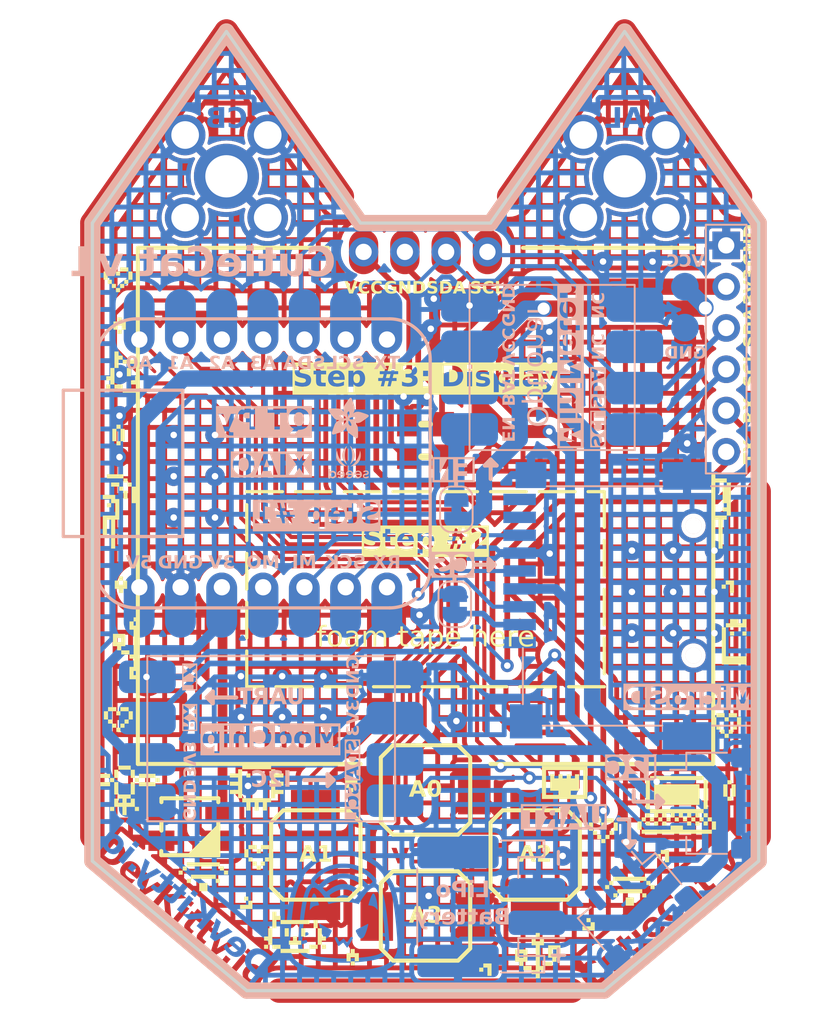
<source format=kicad_pcb>
(kicad_pcb (version 20221018) (generator pcbnew)
  (layers (0 "F.Cu" signal) (31 "B.Cu" signal) (34 "B.Paste" user) (35 "F.Paste" user) (36 "B.SilkS" user "B.Silkscreen") (37 "F.SilkS" user "F.Silkscreen") (38 "B.Mask" user) (39 "F.Mask" user) (44 "Edge.Cuts" user))
  (net 0 "")
  (net 1 "SDA")
  (net 2 "SCL")
  (net 3 "GND")
  (net 4 "+3V3")
  (net 5 "VBAT")
  (net 6 "Net-(JP2-B)")
  (net 7 "Net-(JP1-B)")
  (net 8 "UP_BTN")
  (net 9 "DN_BTN")
  (net 10 "LT_BTN")
  (net 11 "RT_BTN")
  (net 12 "MCU_TX")
  (net 13 "SCK")
  (net 14 "MISO")
  (net 15 "MOSI")
  (net 16 "VCC")
  (net 17 "MCU_RX")
  (net 22 "Net-(U2-VCC)")
  (net 23 "Net-(U2-GND)")
  (net 24 "DO")
  (footprint "LOGO" (layer "F.Cu") (at -10.39 16.12)
    (fp_text reference "G***" hide)
    (fp_text value "LOGO" hide)
  )
  (footprint "LOGO" (layer "F.Cu") (at 15.46 17.17)
    (fp_text reference "G***" hide)
    (fp_text value "LOGO" hide)
  )
  (footprint "LOGO" (layer "F.Cu") (at 8.56 15.79)
    (fp_text reference "G***" hide)
    (fp_text value "LOGO" hide)
  )
  (footprint "LOGO" (layer "F.Cu") (at -4.48 26.54)
    (fp_text reference "G***" hide)
    (fp_text value "LOGO" hide)
  )
  (footprint "LOGO" (layer "F.Cu") (at -18.47 7.535)
    (fp_text reference "G***" hide)
    (fp_text value "LOGO" hide)
  )
  (footprint "LOGO" (layer "F.Cu") (at -18.52 16.275)
    (fp_text reference "G***" hide)
    (fp_text value "LOGO" hide)
  )
  (footprint "LOGO" (layer "F.Cu") (at -18.92 -15.135)
    (fp_text reference "G***" hide)
    (fp_text value "LOGO" hide)
  )
  (footprint "Wardriver-Footprints:Smol" (layer "F.Cu") (at 6.75 20.25 90)
    (fp_text reference "SW4" hide)
    (fp_text value "Right")
  )
  (footprint "LOGO" (layer "F.Cu") (at -13.67 21.59)
    (fp_text reference "G***" hide)
    (fp_text value "LOGO" hide)
  )
  (footprint "LOGO" (layer "F.Cu") (at -18.82 -12.315)
    (fp_text reference "G***" hide)
    (fp_text value "LOGO" hide)
  )
  (footprint "LOGO" (layer "F.Cu") (at -17.7425 -9.455)
    (fp_text reference "G***" hide)
    (fp_text value "LOGO" hide)
  )
  (footprint "LOGO" (layer "F.Cu") (at 18.702 16.283)
    (fp_text reference "G***" hide)
    (fp_text value "LOGO" hide)
  )
  (footprint "LOGO" (layer "F.Cu") (at 18.53 12.285)
    (fp_text reference "G***" hide)
    (fp_text value "LOGO" hide)
  )
  (footprint "Wardriver-Footprints:Smol" (layer "F.Cu") (at 0 24 180)
    (fp_text reference "SW2" hide)
    (fp_text value "Down")
  )
  (footprint "LOGO" (layer "F.Cu") (at -18.74 3.625 180)
    (fp_text reference "G***" hide)
    (fp_text value "LOGO" hide)
  )
  (footprint "LOGO" (layer "F.Cu") (at 10.033 24.511)
    (fp_text reference "G***" hide)
    (fp_text value "LOGO" hide)
  )
  (footprint "LOGO" (layer "F.Cu") (at -18.84 -0.885)
    (fp_text reference "G***" hide)
    (fp_text value "LOGO" hide)
  )
  (footprint "LOGO" (layer "F.Cu") (at 6.9088 26.4414)
    (fp_text reference "G***" hide)
    (fp_text value "LOGO" hide)
  )
  (footprint "clipboard:4c8db4ee-6549-4df2-843f-e4db1e68e004" (layer "F.Cu") (at 21.95 -15.915)
    (fp_text reference "")
    (fp_text value "")
  )
  (footprint "LOGO" (layer "F.Cu") (at 12.573 22.479)
    (fp_text reference "G***" hide)
    (fp_text value "LOGO" hide)
  )
  (footprint "LOGO" (layer "F.Cu") (at -4.572 16.002 180)
    (fp_text reference "G***" hide)
    (fp_text value "LOGO" hide)
  )
  (footprint "Jumper:SolderJumper-2_P1.3mm_Bridged_Pad1.0x1.5mm" (layer "F.Cu") (at 0 -5.25 90)
    (fp_text reference "U6" hide)
    (fp_text value "~")
  )
  (footprint "LOGO" (layer "F.Cu") (at -18.9 11.915)
    (fp_text reference "G***" hide)
    (fp_text value "LOGO" hide)
  )
  (footprint "LOGO" (layer "F.Cu") (at 18.6 3.745 90)
    (fp_text reference "G***" hide)
    (fp_text value "LOGO" hide)
  )
  (footprint "LOGO" (layer "F.Cu") (at 10.94 18.76)
    (fp_text reference "G***" hide)
    (fp_text value "LOGO" hide)
  )
  (footprint "LED_SMD:LED_SK6812MINI_PLCC4_3.5x3.5mm_P1.75mm" (layer "F.Cu") (at -14.5 18.5)
    (fp_text reference "D1" hide)
    (fp_text value "SK6812MINI")
  )
  (footprint "Nugget-Modules:SH1106" (layer "F.Cu") (at 0 -2.1)
    (fp_text reference "U2" hide)
    (fp_text value "SH1106 OLED")
  )
  (footprint "LOGO" (layer "F.Cu") (at -10.26 20.4)
    (fp_text reference "G***" hide)
    (fp_text value "LOGO" hide)
  )
  (footprint "LOGO" (layer "F.Cu") (at 3.683 27.305 90)
    (fp_text reference "G***" hide)
    (fp_text value "LOGO" hide)
  )
  (footprint "Wardriver-Footprints:Smol" (layer "F.Cu") (at 0 16.25 180)
    (fp_text reference "SW1" hide)
    (fp_text value "Up")
  )
  (footprint "LOGO" (layer "F.Cu") (at -18.89 -5.585)
    (fp_text reference "G***" hide)
    (fp_text value "LOGO" hide)
  )
  (footprint "LOGO" (layer "F.Cu") (at 14.605 20.32 90)
    (fp_text reference "G***" hide)
    (fp_text value "LOGO" hide)
  )
  (footprint "Wardriver-Footprints:Smol" (layer "F.Cu") (at -6.75 20.25 90)
    (fp_text reference "SW3" hide)
    (fp_text value "Left")
  )
  (footprint "LOGO" (layer "F.Cu") (at 18.99 7.135)
    (fp_text reference "G***" hide)
    (fp_text value "LOGO" hide)
  )
  (footprint "LOGO" (layer "F.Cu") (at -11.03 23.19)
    (fp_text reference "G***" hide)
    (fp_text value "LOGO" hide)
  )
  (footprint "LOGO" (layer "F.Cu") (at 17.9005 -0.755)
    (fp_text reference "G***" hide)
    (fp_text value "LOGO" hide)
  )
  (footprint "LOGO" (layer "F.Cu") (at -8.03 25.01)
    (fp_text reference "G***" hide)
    (fp_text value "LOGO" hide)
  )
  (footprint "Connector_JST:JST_SH_SM04B-SRSS-TB_1x04-1MP_P1.00mm_Horizontal" (layer "B.Cu") (at 12.9 23.5 -140)
    (fp_text reference "J4" hide)
    (fp_text value "Conn_01x04_MountingPin" hide)
  )
  (footprint "Jumper:SolderJumper-2_P1.3mm_Bridged_RoundedPad1.0x1.5mm" (layer "B.Cu") (at 1.8 4.835 -90)
    (fp_text reference "JP1" hide)
    (fp_text value "Jumper")
  )
  (footprint "Connector_JST:JST_SH_SM04B-SRSS-TB_1x04-1MP_P1.00mm_Horizontal" (layer "B.Cu") (at 17.83 17.07 -90)
    (fp_text reference "J5" hide)
    (fp_text value "Conn_01x04_MountingPin" hide)
  )
  (footprint "Wardriver-Footprints:MOUDLE14P-SMD-2.54-21X17.8MM" (layer "B.Cu") (at -10 -3.84 90)
    (fp_text reference "U1" hide)
    (fp_text value "~" hide)
  )
  (footprint "Connector_PinSocket_2.54mm:PinSocket_1x06_P2.54mm_Vertical" (layer "B.Cu") (at 18.5 -17.25 180)
    (fp_text reference "J1" hide)
    (fp_text value "Header" hide)
  )
  (footprint "clipboard:f961fc29-c949-4d2d-849c-141f9608b811" (layer "B.Cu") (at 4.9 0.14 90)
    (fp_text reference "")
    (fp_text value "")
  )
  (footprint "Jumper:SolderJumper-2_P1.3mm_Bridged_RoundedPad1.0x1.5mm" (layer "B.Cu") (at 1.8996 -1.0142 90)
    (fp_text reference "JP2" hide)
    (fp_text value "Jumper")
  )
  (footprint "Connector_Coaxial:SMA_Amphenol_901-144_Vertical" (layer "B.Cu") (at 12.25 -21.5 180)
    (fp_text reference "AE1" hide)
    (fp_text value "Antenna_Shield")
  )
  (footprint "DevKitty-ModChip:DevKitty-ModChip" (layer "B.Cu") (at -9.5 13.1 180)
    (fp_text reference "U4" hide)
    (fp_text value "~")
  )
  (footprint "Connector_JST:JST_PH_S2B-PH-SM4-TB_1x02-1MP_P2.00mm_Horizontal" (layer "B.Cu") (at 4 23.42 90)
    (fp_text reference "J2" hide)
    (fp_text value "LiPo")
  )
  (footprint "PicoCharge:MiniMeter" (layer "B.Cu") (at 7.79 -9.74 -90)
    (fp_text reference "U3" hide)
    (fp_text value "~")
  )
  (footprint "Wardriver-Footprints:MicroSD" (layer "B.Cu") (at 5.99 4.93 -90)
    (fp_text reference "U5" hide)
    (fp_text value "MicroSD Card" hide)
  )
  (footprint "Connector_Coaxial:SMA_Amphenol_901-144_Vertical" (layer "B.Cu") (at -12.25 -21.5 180)
    (fp_text reference "AE2" hide)
    (fp_text value "Antenna_Shield")
  )
  (footprint "LOGO" (layer "B.Cu") (at -5.032686 23.830004 180)
    (fp_text reference "Gf" hide)
    (fp_text value "LOGO" hide)
  )
  (gr_line (start 20.5 19.1232) (end 20.5 -2.12317) (stroke (width 1.5)) (layer "F.Cu"))
  (gr_line (start 12.25 -30.4054) (end 5.14715 -20.2615) (stroke (width 1.5)) (layer "F.Cu"))
  (gr_line (start -12.25 -30.4054) (end -5.14715 -20.2615) (stroke (width 1.5)) (layer "F.Cu"))
  (gr_line (start -20.5 -18.6232) (end -12.25 -30.4054) (stroke (width 1.5)) (layer "F.Cu"))
  (gr_line (start -9 28.5946) (end 9 28.5946) (stroke (width 1.5)) (layer "F.Cu"))
  (gr_line (start 12.25 -30.4054) (end 19.3528 -20.2615) (stroke (width 1.5)) (layer "F.Cu"))
  (gr_line (start -20.5 19.1232) (end -20.5 -18.6232) (stroke (width 1.5)) (layer "F.Cu"))
  (gr_line (start 1.8796 -2.7042) (end 1.8796 -2.4892) (stroke (width 0.25)) (layer "B.SilkS"))
  (gr_line (start 11 28.5946) (end -11 28.5946) (stroke (width 1)) (layer "B.SilkS"))
  (gr_line (start 3.6482 -3.7084) (end 4.3782 -3.7084) (stroke (width 0.25)) (layer "B.SilkS"))
  (gr_line (start 14.25 16.605) (end 14.62 16.965) (stroke (width 0.25)) (layer "B.SilkS"))
  (gr_line (start -20.5 -18.6232) (end -20.5 20.6232) (stroke (width 1)) (layer "B.SilkS"))
  (gr_line (start 20.5 20.6232) (end 11 28.5946) (stroke (width 1)) (layer "B.SilkS"))
  (gr_line (start 12.17 19.41) (end 12.9 19.41) (stroke (width 0.25)) (layer "B.SilkS"))
  (gr_line (start 1.78 3.145) (end 1.78 3.36) (stroke (width 0.25)) (layer "B.SilkS"))
  (gr_line (start 12.81 16.295) (end 12.81 16.965) (stroke (width 0.25)) (layer "B.SilkS"))
  (gr_line (start 20.5 -18.6232) (end 20.5 20.6232) (stroke (width 1)) (layer "B.SilkS"))
  (gr_line (start 14.25 16.605) (end 14.25 17.335) (stroke (width 0.25)) (layer "B.SilkS"))
  (gr_line (start 3.885 2.035) (end 3.885 2.765) (stroke (width 0.25)) (layer "B.SilkS"))
  (gr_line (start 12.81 16.965) (end 14.62 16.965) (stroke (width 0.25)) (layer "B.SilkS"))
  (gr_line (start 3.885 2.035) (end 4.255 2.395) (stroke (width 0.25)) (layer "B.SilkS"))
  (gr_line (start 4 -18.6232) (end 12.25 -30.4054) (stroke (width 1)) (layer "B.SilkS"))
  (gr_line (start -20.5 -18.6232) (end -12.25 -30.4054) (stroke (width 1)) (layer "B.SilkS"))
  (gr_line (start 4.0082 -4.0784) (end 4.3782 -3.7084) (stroke (width 0.25)) (layer "B.SilkS"))
  (gr_line (start 12.53 18.06) (end 12.53 19.78) (stroke (width 0.25)) (layer "B.SilkS"))
  (gr_line (start 4.255 2.395) (end 3.885 2.765) (stroke (width 0.25)) (layer "B.SilkS"))
  (gr_line (start 12.53 19.78) (end 12.9 19.41) (stroke (width 0.25)) (layer "B.SilkS"))
  (gr_line (start 12.17 19.41) (end 12.53 19.78) (stroke (width 0.25)) (layer "B.SilkS"))
  (gr_line (start 4.0082 -2.8784) (end 4.0082 -4.0784) (stroke (width 0.25)) (layer "B.SilkS"))
  (gr_line (start 11.86 18.06) (end 12.53 18.06) (stroke (width 0.25)) (layer "B.SilkS"))
  (gr_line (start -12.25 -30.4054) (end -4 -18.6232) (stroke (width 1)) (layer "B.SilkS"))
  (gr_line (start 14.62 16.965) (end 14.25 17.335) (stroke (width 0.25)) (layer "B.SilkS"))
  (gr_line (start -4 -18.6232) (end 4 -18.6232) (stroke (width 1)) (layer "B.SilkS"))
  (gr_line (start -11 28.5946) (end -20.5 20.6232) (stroke (width 1)) (layer "B.SilkS"))
  (gr_line (start 3.6482 -3.7084) (end 4.0082 -4.0784) (stroke (width 0.25)) (layer "B.SilkS"))
  (gr_line (start 12.25 -30.4054) (end 20.5 -18.6232) (stroke (width 1)) (layer "B.SilkS"))
  (gr_line (start 3.055 2.395) (end 4.255 2.395) (stroke (width 0.25)) (layer "B.SilkS"))
  (gr_line (start -20.5 -18.6232) (end -20.5 20.6232) (stroke (width 0.2)) (layer "Edge.Cuts"))
  (gr_line (start 20.5 20.6232) (end 11 28.5946) (stroke (width 0.2)) (layer "Edge.Cuts"))
  (gr_line (start 20.5 -18.6232) (end 20.5 20.6232) (stroke (width 0.2)) (layer "Edge.Cuts"))
  (gr_line (start 4 -18.6232) (end 12.25 -30.4054) (stroke (width 0.2)) (layer "Edge.Cuts"))
  (gr_line (start 11 28.5946) (end -11 28.5946) (stroke (width 0.2)) (layer "Edge.Cuts"))
  (gr_line (start -4 -18.6232) (end 4 -18.6232) (stroke (width 0.2)) (layer "Edge.Cuts"))
  (gr_line (start -12.25 -30.4054) (end -4 -18.6232) (stroke (width 0.2)) (layer "Edge.Cuts"))
  (gr_line (start -20.5 -18.6232) (end -12.25 -30.4054) (stroke (width 0.2)) (layer "Edge.Cuts"))
  (gr_line (start -11 28.5946) (end -20.5 20.6232) (stroke (width 0.2)) (layer "Edge.Cuts"))
  (gr_line (start 12.25 -30.4054) (end 20.5 -18.6232) (stroke (width 0.2)) (layer "Edge.Cuts"))
  (gr_text "CutieCat v1" (at 15.02 23.76 40) (layer "F.Cu") (effects (font (size 1.5 1.5) (thickness 0.2) bold)))
  (gr_text "v1.0" (at 0 20.25) (layer "F.Cu") (effects (font (size 1.25 1.25) (thickness 0.2) bold)))
  (gr_text "DevKitty.io" (at -15.02 23.83 320) (layer "F.Cu") (effects (font (size 1.5 1.5) (thickness 0.2) bold)))
  (gr_text "AL" (at 12.25 -25) (layer "B.Cu") (effects (font (size 1.25 1.25) (thickness 0.25) bold) (justify mirror)))
  (gr_text "DevKitty.io" (at -14.75 23.25 320) (layer "B.Cu") (effects (font (size 1.5 1.5) (thickness 0.2) bold) (justify mirror)))
  (gr_text "CB" (at -12.25 -25) (layer "B.Cu") (effects (font (size 1.25 1.25) (thickness 0.25) bold) (justify mirror)))
  (gr_text "CS" (at 2.95 2.515) (layer "B.SilkS" knockout) (effects (font (size 1.25 1.25) (thickness 0.25) bold) (justify left mirror)))
  (gr_text "CutieCat v1" (at -5.51 -15.055) (layer "B.SilkS") (effects (font (size 1.8 1.8) (thickness 0.2) bold) (justify left bottom mirror)))
  (gr_text "GND" (at 16 -10.6) (layer "B.SilkS") (effects (font (size 0.75 0.75) (thickness 0.1875) bold) (justify mirror)))
  (gr_text "I2C" (at 14.224 14.986) (layer "B.SilkS" knockout) (effects (font (size 1.25 1.25) (thickness 0.25) bold) (justify left mirror)))
  (gr_text "LiPo\nBattery" (at 2.29 23.27) (layer "B.SilkS") (effects (font (size 1 1) (thickness 0.25) bold) (justify mirror)))
  (gr_text "VCC" (at 16 -16.25) (layer "B.SilkS") (effects (font (size 0.75 0.75) (thickness 0.1875) bold) (justify mirror)))
  (gr_text "UART" (at 11.176 18.01) (layer "B.SilkS" knockout) (effects (font (size 1.25 1.25) (thickness 0.25) bold) (justify left mirror)))
  (gr_text "EN" (at 3.0496 -3.3342) (layer "B.SilkS" knockout) (effects (font (size 1.25 1.25) (thickness 0.25) bold) (justify left mirror)))
  (segment (start 1.633604 -1) (end -3.7 -1) (width 0.25) (layer "F.Cu") (net 1))
  (segment (start 4.622451 14.668847) (end 3.17 13.216396) (width 0.25) (layer "F.Cu") (net 1))
  (segment (start 4.622451 14.77) (end 4.622451 14.668847) (width 0.25) (layer "F.Cu") (net 1))
  (segment (start 3.17 0.536396) (end 1.633604 -1) (width 0.25) (layer "F.Cu") (net 1))
  (segment (start -5.36 -2.66) (end -5.36 -9.37) (width 0.25) (layer "F.Cu") (net 1))
  (segment (start -3.7 -1) (end -5.36 -2.66) (width 0.25) (layer "F.Cu") (net 1))
  (segment (start 3.17 13.216396) (end 3.17 0.536396) (width 0.25) (layer "F.Cu") (net 1))
  (segment (start -5.36 -9.37) (end -7.66 -11.67) (width 0.25) (layer "F.Cu") (net 1))
  (via (at 4.622451 14.77) (size 0.8) (drill 0.4) (layers "F.Cu" "B.Cu") (net 1))
  (segment (start 12.493274 -8.47) (end 12.87 -8.47) (width 0.25) (layer "B.Cu") (net 1))
  (segment (start -6.09 -18.225) (end 2.235 -18.225) (width 0.25) (layer "B.Cu") (net 1))
  (segment (start 10.066 -14.969) (end 10.066 -10.897274) (width 0.25) (layer "B.Cu") (net 1))
  (segment (start 14.8 -8.47) (end 18.5 -12.17) (width 0.35) (layer "B.Cu") (net 1))
  (segment (start 4.632451 14.78) (end 10.79 14.78) (width 0.25) (layer "B.Cu") (net 1))
  (segment (start 10.066 -10.897274) (end 12.493274 -8.47) (width 0.25) (layer "B.Cu") (net 1))
  (segment (start -1.47 14.78) (end -1.88 14.37) (width 0.25) (layer "B.Cu") (net 1))
  (segment (start 4.622451 14.77) (end 4.632451 14.78) (width 0.25) (layer "B.Cu") (net 1))
  (segment (start -7.66 -12.82) (end -7.66 -16.655) (width 0.25) (layer "B.Cu") (net 1))
  (segment (start 8.385 -16.65) (end 10.066 -14.969) (width 0.25) (layer "B.Cu") (net 1))
  (segment (start 4.612451 14.78) (end -1.47 14.78) (width 0.25) (layer "B.Cu") (net 1))
  (segment (start 3.81 -16.65) (end 8.385 -16.65) (width 0.25) (layer "B.Cu") (net 1))
  (segment (start 2.235 -18.225) (end 3.81 -16.65) (width 0.25) (layer "B.Cu") (net 1))
  (segment (start 10.79 14.78) (end 13.58 17.57) (width 0.25) (layer "B.Cu") (net 1))
  (segment (start 13.58 17.57) (end 15.83 17.57) (width 0.25) (layer "B.Cu") (net 1))
  (segment (start 4.622451 14.77) (end 4.612451 14.78) (width 0.25) (layer "B.Cu") (net 1))
  (segment (start 12.87 -8.47) (end 14.8 -8.47) (width 0.35) (layer "B.Cu") (net 1))
  (segment (start -7.66 -16.655) (end -6.09 -18.225) (width 0.25) (layer "B.Cu") (net 1))
  (segment (start 1.82 -1.45) (end -3.513604 -1.45) (width 0.25) (layer "F.Cu") (net 2))
  (segment (start 3.62 0.35) (end 1.82 -1.45) (width 0.25) (layer "F.Cu") (net 2))
  (segment (start -3.513604 -1.45) (end -4.91 -2.846396) (width 0.25) (layer "F.Cu") (net 2))
  (segment (start 3.62 12.55) (end 3.62 0.35) (width 0.25) (layer "F.Cu") (net 2))
  (segment (start -4.91 -2.846396) (end -4.91 -11.46) (width 0.25) (layer "F.Cu") (net 2))
  (segment (start 6.39 15.32) (end 3.62 12.55) (width 0.25) (layer "F.Cu") (net 2))
  (segment (start 6.39 15.5045) (end 6.39 15.32) (width 0.25) (layer "F.Cu") (net 2))
  (via (at 6.39 15.5045) (size 0.8) (drill 0.4) (layers "F.Cu" "B.Cu") (net 2))
  (segment (start 14.8 -5.93) (end 18.5 -9.63) (width 0.35) (layer "B.Cu") (net 2))
  (segment (start 0.3255 15.5045) (end -1.08 16.91) (width 0.25) (layer "B.Cu") (net 2))
  (segment (start 2.845 -15.075) (end 4.317412 -15.075) (width 0.25) (layer "B.Cu") (net 2))
  (segment (start 9.37 -14.645) (end 9.37 -10.605) (width 0.25) (layer "B.Cu") (net 2))
  (segment (start -3.735 -14.955) (end -0.425 -14.955) (width 0.25) (layer "B.Cu") (net 2))
  (segment (start 13.57 18.57) (end 15.83 18.57) (width 0.25) (layer "B.Cu") (net 2))
  (segment (start 10.46 -9.515) (end 10.46 -7.595) (width 0.25) (layer "B.Cu") (net 2))
  (segment (start -5.12 -12.82) (end -5.12 -13.57) (width 0.25) (layer "B.Cu") (net 2))
  (segment (start 4.317412 -15.075) (end 5.217412 -15.975) (width 0.25) (layer "B.Cu") (net 2))
  (segment (start -5.12 -13.57) (end -3.735 -14.955) (width 0.25) (layer "B.Cu") (net 2))
  (segment (start 1.27 -16.65) (end 2.845 -15.075) (width 0.25) (layer "B.Cu") (net 2))
  (segment (start -1.08 16.91) (end -1.88 16.91) (width 0.25) (layer "B.Cu") (net 2))
  (segment (start 5.217412 -15.975) (end 8.04 -15.975) (width 0.25) (layer "B.Cu") (net 2))
  (segment (start -0.425 -14.955) (end 1.27 -16.65) (width 0.25) (layer "B.Cu") (net 2))
  (segment (start 9.37 -10.605) (end 10.46 -9.515) (width 0.25) (layer "B.Cu") (net 2))
  (segment (start 12.87 -5.93) (end 14.8 -5.93) (width 0.35) (layer "B.Cu") (net 2))
  (segment (start 6.39 15.5045) (end 0.3255 15.5045) (width 0.25) (layer "B.Cu") (net 2))
  (segment (start 10.46 -7.595) (end 12.125 -5.93) (width 0.25) (layer "B.Cu") (net 2))
  (segment (start 6.39 15.5045) (end 10.5045 15.5045) (width 0.25) (layer "B.Cu") (net 2))
  (segment (start 10.5045 15.5045) (end 13.57 18.57) (width 0.25) (layer "B.Cu") (net 2))
  (segment (start 12.125 -5.93) (end 12.87 -5.93) (width 0.25) (layer "B.Cu") (net 2))
  (segment (start 8.04 -15.975) (end 9.37 -14.645) (width 0.25) (layer "B.Cu") (net 2))
  (segment (start 6.78 23.25) (end 6.28 23.25) (width 0.25) (layer "F.Cu") (net 3))
  (via (at 13.97 -16.256) (size 0.8) (drill 0.4) (layers "F.Cu" "B.Cu") (net 3))
  (via (at 1.9 12.01) (size 0.8) (drill 0.4) (layers "F.Cu" "B.Cu") (net 3))
  (via (at 0.089595 -7.959095) (size 0.8) (drill 0.4) (layers "F.Cu" "B.Cu") (net 3))
  (via (at 17.78 1.524) (size 0.8) (drill 0.4) (layers "F.Cu" "B.Cu") (net 3))
  (via (at -15.494 -5.588) (size 0.8) (drill 0.4) (layers "F.Cu" "B.Cu") (net 3))
  (via (at 17.78 6.604) (size 0.8) (drill 0.4) (layers "F.Cu" "B.Cu") (net 3))
  (via (at 15.24 4.064) (size 0.8) (drill 0.4) (layers "F.Cu" "B.Cu") (net 3))
  (via (at 15.24 6.604) (size 0.8) (drill 0.4) (layers "F.Cu" "B.Cu") (net 3))
  (via (at -18.83 -9.31) (size 0.8) (drill 0.4) (layers "F.Cu" "B.Cu") (net 3))
  (via (at 0.19 22.77) (size 0.8) (drill 0.4) (layers "F.Cu" "B.Cu") (net 3))
  (via (at -11.36 9.25) (size 0.8) (drill 0.4) (layers "F.Cu" "B.Cu") (net 3))
  (via (at 10.922 -16.256) (size 0.8) (drill 0.4) (layers "F.Cu" "B.Cu") (net 3))
  (via (at 0.508 -13.97) (size 0.8) (drill 0.4) (layers "F.Cu" "B.Cu") (net 3))
  (via (at -8.82 9.25) (size 0.8) (drill 0.4) (layers "F.Cu" "B.Cu") (net 3))
  (via (at 8.44 20.31) (size 0.8) (drill 0.4) (layers "F.Cu" "B.Cu") (net 3))
  (via (at 7.64 1.71) (size 0.8) (drill 0.4) (layers "F.Cu" "B.Cu") (net 3))
  (via (at -12.954 -5.588) (size 0.8) (drill 0.4) (layers "F.Cu" "B.Cu") (net 3))
  (via (at -10.922 16.002) (size 0.8) (drill 0.4) (layers "F.Cu" "B.Cu") (net 3))
  (via (at -6.28 11.77) (size 0.8) (drill 0.4) (layers "F.Cu" "B.Cu") (net 3))
  (via (at 16.1 -5.07) (size 0.8) (drill 0.4) (layers "F.Cu" "B.Cu") (net 3))
  (via (at -15.494 -0.508) (size 0.8) (drill 0.4) (layers "F.Cu" "B.Cu") (net 3))
  (via (at -8.82 11.77) (size 0.8) (drill 0.4) (layers "F.Cu" "B.Cu") (net 3))
  (via (at -6.28 9.25) (size 0.8) (drill 0.4) (layers "F.Cu" "B.Cu") (net 3))
  (via (at -11.36 11.77) (size 0.8) (drill 0.4) (layers "F.Cu" "B.Cu") (net 3))
  (via (at 7.62 -10.16) (size 0.8) (drill 0.4) (layers "F.Cu" "B.Cu") (net 3))
  (via (at 0.3245 -12.12) (size 0.8) (drill 0.4) (layers "F.Cu" "B.Cu") (net 3))
  (via (at 12.7 4.064) (size 0.8) (drill 0.4) (layers "F.Cu" "B.Cu") (net 3))
  (via (at -1.3505 -7.9605) (size 0.8) (drill 0.4) (layers "F.Cu" "B.Cu") (net 3))
  (via (at 12.7 6.604) (size 0.8) (drill 0.4) (layers "F.Cu" "B.Cu") (net 3))
  (via (at 12.34 19.45) (size 0.8) (drill 0.4) (layers "F.Cu" "B.Cu") (net 3))
  (via (at -12.954 -3.048) (size 0.8) (drill 0.4) (layers "F.Cu" "B.Cu") (net 3))
  (via (at -15.494 -3.048) (size 0.8) (drill 0.4) (layers "F.Cu" "B.Cu") (net 3))
  (via (at -0.37 5.48) (size 0.8) (drill 0.4) (layers "F.Cu" "B.Cu") (net 3))
  (via (at 12.7 1.524) (size 0.8) (drill 0.4) (layers "F.Cu" "B.Cu") (net 3))
  (via (at 17.78 4.064) (size 0.8) (drill 0.4) (layers "F.Cu" "B.Cu") (net 3))
  (via (at 7.62 -11.938) (size 0.8) (drill 0.4) (layers "F.Cu" "B.Cu") (net 3))
  (via (at -18.83 -6.77) (size 0.8) (drill 0.4) (layers "F.Cu" "B.Cu") (net 3))
  (via (at 14.224 15.748) (size 0.8) (drill 0.4) (layers "F.Cu" "B.Cu") (net 3))
  (via (at -18.83 -4.23) (size 0.8) (drill 0.4) (layers "F.Cu" "B.Cu") (net 3))
  (via (at -12.954 -0.508) (size 0.8) (drill 0.4) (layers "F.Cu" "B.Cu") (net 3))
  (via (at 2.71 -13.55) (size 0.8) (drill 0.4) (layers "F.Cu" "B.Cu") (net 3))
  (via (at 15.24 1.524) (size 0.8) (drill 0.4) (layers "F.Cu" "B.Cu") (net 3))
  (segment (start 14.402 15.57) (end 14.224 15.748) (width 0.4) (layer "B.Cu") (net 3))
  (segment (start 15.83 15.57) (end 14.402 15.57) (width 0.4) (layer "B.Cu") (net 3))
  (segment (start 1.67 -4.25) (end 3.33 -5.91) (width 1) (layer "F.Cu") (net 4))
  (segment (start -12.49 17.365) (end -12.49 3.82) (width 0.6) (layer "F.Cu") (net 4))
  (segment (start 7.61 -5.8) (end 4.99 -5.8) (width 0.8) (layer "F.Cu") (net 4))
  (segment (start 3.33 -11.18) (end 6.86 -14.71) (width 1) (layer "F.Cu") (net 4))
  (segment (start 4.99 -5.8) (end 3.33 -7.46) (width 0.8) (layer "F.Cu") (net 4))
  (segment (start 6.86 -14.71) (end 18.5 -14.71) (width 1) (layer "F.Cu") (net 4))
  (segment (start -12.75 17.625) (end -12.49 17.365) (width 0.6) (layer "F.Cu") (net 4))
  (segment (start 3.33 -5.91) (end 3.33 -11.18) (width 1) (layer "F.Cu") (net 4))
  (segment (start 1 -4.09) (end 1 -4.25) (width 1) (layer "F.Cu") (net 4))
  (segment (start 1 -4.25) (end 1.67 -4.25) (width 1) (layer "F.Cu") (net 4))
  (segment (start -12.49 3.82) (end -12.53 3.78) (width 0.6) (layer "F.Cu") (net 4))
  (via (at 7.61 -5.8) (size 0.8) (drill 0.4) (layers "F.Cu" "B.Cu") (net 4))
  (segment (start 5.79 3.88) (end 7.9948 3.88) (width 0.6) (layer "B.Cu") (net 4))
  (segment (start -17.12 14.37) (end -17.97 14.37) (width 0.6) (layer "B.Cu") (net 4))
  (segment (start 16.682817 20.53) (end 17.205 20.007817) (width 0.4) (layer "B.Cu") (net 4))
  (segment (start 11.997447 21.646517) (end 12.497618 22.146688) (width 0.4) (layer "B.Cu") (net 4))
  (segment (start 7.9948 3.88) (end 8.89 4.7752) (width 0.6) (layer "B.Cu") (net 4))
  (segment (start 8.89 11.686793) (end 11.061403 13.858196) (width 0.6) (layer "B.Cu") (net 4))
  (segment (start 8.89 4.7752) (end 8.89 -4.52) (width 0.6) (layer "B.Cu") (net 4))
  (segment (start 11.003207 13.8) (end 13.851207 16.648) (width 0.6) (layer "B.Cu") (net 4))
  (segment (start -14.214975 7.64) (end -12.74 6.165025) (width 0.6) (layer "B.Cu") (net 4))
  (segment (start 0.9984 13.8) (end 11.003207 13.8) (width 0.6) (layer "B.Cu") (net 4))
  (segment (start -0.9716 11.83) (end 0.9984 13.8) (width 0.6) (layer "B.Cu") (net 4))
  (segment (start -18.209899 7.63) (end -18.199899 7.64) (width 0.6) (layer "B.Cu") (net 4))
  (segment (start -5.68 14.37) (end -3.14 11.83) (width 1) (layer "B.Cu") (net 4))
  (segment (start 8.89 4.7752) (end 8.89 11.686793) (width 0.6) (layer "B.Cu") (net 4))
  (segment (start -19.59 12.75) (end -19.59 8.595786) (width 0.6) (layer "B.Cu") (net 4))
  (segment (start -1.88 11.83) (end -0.9716 11.83) (width 0.6) (layer "B.Cu") (net 4))
  (segment (start -17.97 14.37) (end -19.59 12.75) (width 0.6) (layer "B.Cu") (net 4))
  (segment (start -12.74 6.165025) (end -12.74 4.96) (width 0.6) (layer "B.Cu") (net 4))
  (segment (start 15.05 20.53) (end 16.682817 20.53) (width 0.4) (layer "B.Cu") (net 4))
  (segment (start -3.14 11.83) (end -1.88 11.83) (width 1) (layer "B.Cu") (net 4))
  (segment (start 13.433312 22.146688) (end 15.05 20.53) (width 0.4) (layer "B.Cu") (net 4))
  (segment (start 7.61 -5.8) (end 7.62 -5.79) (width 0.6) (layer "B.Cu") (net 4))
  (segment (start 17.205 17.392183) (end 16.382817 16.57) (width 0.4) (layer "B.Cu") (net 4))
  (segment (start 16.382817 16.57) (end 15.83 16.57) (width 0.4) (layer "B.Cu") (net 4))
  (segment (start 12.497618 22.146688) (end 13.433312 22.146688) (width 0.4) (layer "B.Cu") (net 4))
  (segment (start -17.12 14.37) (end -5.68 14.37) (width 1) (layer "B.Cu") (net 4))
  (segment (start 13.851207 16.648) (end 15.752 16.648) (width 0.6) (layer "B.Cu") (net 4))
  (segment (start -18.624214 7.63) (end -18.209899 7.63) (width 0.6) (layer "B.Cu") (net 4))
  (segment (start 17.205 20.007817) (end 17.205 17.392183) (width 0.4) (layer "B.Cu") (net 4))
  (segment (start -19.59 8.595786) (end -18.624214 7.63) (width 0.6) (layer "B.Cu") (net 4))
  (segment (start 15.752 16.648) (end 15.83 16.57) (width 0.6) (layer "B.Cu") (net 4))
  (segment (start -18.199899 7.64) (end -14.214975 7.64) (width 0.6) (layer "B.Cu") (net 4))
  (segment (start 8.89 -4.52) (end 7.61 -5.8) (width 0.6) (layer "B.Cu") (net 4))
  (segment (start 13.81 14.57) (end 10.25 11.01) (width 1) (layer "B.Cu") (net 5))
  (segment (start 18.105 15.705) (end 16.97 14.57) (width 1) (layer "B.Cu") (net 5))
  (segment (start 17.19 21.43) (end 18.105 20.515) (width 1) (layer "B.Cu") (net 5))
  (segment (start 6.85 24.42) (end 12.620906 24.42) (width 1) (layer "B.Cu") (net 5))
  (segment (start 2.83955 -0.3642) (end 1.8996 -0.3642) (width 1) (layer "B.Cu") (net 5))
  (segment (start 12.620906 24.42) (end 15.610906 21.43) (width 1) (layer "B.Cu") (net 5))
  (segment (start 7.15 -8.47) (end 2.71 -8.47) (width 1) (layer "B.Cu") (net 5))
  (segment (start 10.25 11.01) (end 10.25 -5.37) (width 1) (layer "B.Cu") (net 5))
  (segment (start 15.610906 21.43) (end 17.19 21.43) (width 1) (layer "B.Cu") (net 5))
  (segment (start 16.97 14.57) (end 13.81 14.57) (width 1) (layer "B.Cu") (net 5))
  (segment (start 3.6 -1.12465) (end 2.83955 -0.3642) (width 1) (layer "B.Cu") (net 5))
  (segment (start 4.74 -8.47) (end 5.8 -7.41) (width 1) (layer "B.Cu") (net 5))
  (segment (start 10.25 -5.37) (end 7.15 -8.47) (width 1) (layer "B.Cu") (net 5))
  (segment (start 5.8 -7.41) (end 5.8 -5.34) (width 1) (layer "B.Cu") (net 5))
  (segment (start 18.105 20.515) (end 18.105 15.705) (width 1) (layer "B.Cu") (net 5))
  (segment (start 5.8 -5.34) (end 3.6 -3.14) (width 1) (layer "B.Cu") (net 5))
  (segment (start 3.6 -3.14) (end 3.6 -1.12465) (width 1) (layer "B.Cu") (net 5))
  (segment (start 1.8996 -1.6642) (end 1.8996 -5.1196) (width 1) (layer "B.Cu") (net 6))
  (segment (start 2.1242 -1.6642) (end 1.8996 -1.6642) (width 1) (layer "B.Cu") (net 6))
  (segment (start 1.8996 -5.1196) (end 2.71 -5.93) (width 1) (layer "B.Cu") (net 6))
  (segment (start 4.22 6.08) (end 5.79 6.08) (width 0.35) (layer "B.Cu") (net 7))
  (segment (start 1.8 5.485) (end 1.885 5.4) (width 0.35) (layer "B.Cu") (net 7))
  (segment (start 3.54 5.4) (end 4.22 6.08) (width 0.35) (layer "B.Cu") (net 7))
  (segment (start 1.885 5.4) (end 3.54 5.4) (width 0.35) (layer "B.Cu") (net 7))
  (segment (start -0.662792 1.59) (end -8.632792 1.59) (width 0.25) (layer "F.Cu") (net 8))
  (segment (start -12.993604 -9.21) (end -15.36 -9.21) (width 0.25) (layer "F.Cu") (net 8))
  (segment (start -10.89 -7.106396) (end -12.993604 -9.21) (width 0.25) (layer "F.Cu") (net 8))
  (segment (start 0.958 6.678396) (end 0.958 3.210792) (width 0.25) (layer "F.Cu") (net 8))
  (segment (start -8.632792 1.59) (end -10.89 -0.667208) (width 0.25) (layer "F.Cu") (net 8))
  (segment (start -0.95 11.966396) (end -0.95 8.586396) (width 0.25) (layer "F.Cu") (net 8))
  (segment (start -0.95 8.586396) (end 0.958 6.678396) (width 0.25) (layer "F.Cu") (net 8))
  (segment (start -3 17.03) (end -3 14.016396) (width 0.25) (layer "F.Cu") (net 8))
  (segment (start -3 14.016396) (end -0.95 11.966396) (width 0.25) (layer "F.Cu") (net 8))
  (segment (start -10.89 -0.667208) (end -10.89 -7.106396) (width 0.25) (layer "F.Cu") (net 8))
  (segment (start 0.958 3.210792) (end -0.662792 1.59) (width 0.25) (layer "F.Cu") (net 8))
  (segment (start -15.36 -9.21) (end -17.82 -11.67) (width 0.25) (layer "F.Cu") (net 8))
  (segment (start -10.44 -0.853604) (end -10.44 -7.292792) (width 0.25) (layer "F.Cu") (net 9))
  (segment (start -2.425 19.025) (end -1.675 18.275) (width 0.25) (layer "F.Cu") (net 9))
  (segment (start -8.446396 1.14) (end -10.44 -0.853604) (width 0.25) (layer "F.Cu") (net 9))
  (segment (start -0.5 12.152792) (end -0.5 8.772792) (width 0.25) (layer "F.Cu") (net 9))
  (segment (start -1.675 18.275) (end -1.675 13.327792) (width 0.25) (layer "F.Cu") (net 9))
  (segment (start -2.425 22.295) (end -2.425 19.025) (width 0.25) (layer "F.Cu") (net 9))
  (segment (start -3 25.03) (end -3 22.87) (width 0.25) (layer "F.Cu") (net 9))
  (segment (start -0.476396 1.14) (end -8.446396 1.14) (width 0.25) (layer "F.Cu") (net 9))
  (segment (start 1.408 6.864792) (end 1.408 3.024396) (width 0.25) (layer "F.Cu") (net 9))
  (segment (start -12.807208 -9.66) (end -13.84 -9.66) (width 0.25) (layer "F.Cu") (net 9))
  (segment (start -1.675 13.327792) (end -0.5 12.152792) (width 0.25) (layer "F.Cu") (net 9))
  (segment (start -13.84 -9.66) (end -15.28 -11.1) (width 0.25) (layer "F.Cu") (net 9))
  (segment (start 1.408 3.024396) (end -0.476396 1.14) (width 0.25) (layer "F.Cu") (net 9))
  (segment (start -0.5 8.772792) (end 1.408 6.864792) (width 0.25) (layer "F.Cu") (net 9))
  (segment (start -3 22.87) (end -2.425 22.295) (width 0.25) (layer "F.Cu") (net 9))
  (segment (start -10.44 -7.292792) (end -12.807208 -9.66) (width 0.25) (layer "F.Cu") (net 9))
  (segment (start -8.819188 2.04) (end -11.34 -0.480812) (width 0.25) (layer "F.Cu") (net 10))
  (segment (start -19.11 -13.03) (end -18.28 -13.86) (width 0.25) (layer "F.Cu") (net 10))
  (segment (start -12.53 -13.15) (end -12.53 -11.46) (width 0.25) (layer "F.Cu") (net 10))
  (segment (start 0.355 3.244188) (end -0.849188 2.04) (width 0.25) (layer "F.Cu") (net 10))
  (segment (start -7.075 17.645) (end -7.075 15.465) (width 0.25) (layer "F.Cu") (net 10))
  (segment (start -11.34 -6.92) (end -13.18 -8.76) (width 0.25) (layer "F.Cu") (net 10))
  (segment (start -11.34 -0.480812) (end -11.34 -6.92) (width 0.25) (layer "F.Cu") (net 10))
  (segment (start -5.79 14.18) (end -3.8 14.18) (width 0.25) (layer "F.Cu") (net 10))
  (segment (start -16.97 -8.76) (end -19.11 -10.9) (width 0.25) (layer "F.Cu") (net 10))
  (segment (start -1.4 11.78) (end -1.4 8.4) (width 0.25) (layer "F.Cu") (net 10))
  (segment (start -3.8 14.18) (end -1.4 11.78) (width 0.25) (layer "F.Cu") (net 10))
  (segment (start -18.28 -13.86) (end -13.24 -13.86) (width 0.25) (layer "F.Cu") (net 10))
  (segment (start -19.11 -10.9) (end -19.11 -13.03) (width 0.25) (layer "F.Cu") (net 10))
  (segment (start -1.4 8.4) (end 0.355 6.645) (width 0.25) (layer "F.Cu") (net 10))
  (segment (start 0.355 6.645) (end 0.355 3.244188) (width 0.25) (layer "F.Cu") (net 10))
  (segment (start -7.075 15.465) (end -5.79 14.18) (width 0.25) (layer "F.Cu") (net 10))
  (segment (start -13.18 -8.76) (end -16.97 -8.76) (width 0.25) (layer "F.Cu") (net 10))
  (segment (start -0.849188 2.04) (end -8.819188 2.04) (width 0.25) (layer "F.Cu") (net 10))
  (segment (start -13.24 -13.86) (end -12.53 -13.15) (width 0.25) (layer "F.Cu") (net 10))
  (segment (start -1.225 13.514188) (end -1.225 18.079) (width 0.25) (layer "F.Cu") (net 11))
  (segment (start 4.61 18.88) (end 6.24 17.25) (width 0.25) (layer "F.Cu") (net 11))
  (segment (start -9.99 -11.46) (end -9.99 -1.04) (width 0.25) (layer "F.Cu") (net 11))
  (segment (start 6.24 17.25) (end 6.72 17.25) (width 0.25) (layer "F.Cu") (net 11))
  (segment (start -9.99 -1.04) (end -8.26 0.69) (width 0.25) (layer "F.Cu") (net 11))
  (segment (start 1.858 7.051188) (end -0.05 8.959188) (width 0.25) (layer "F.Cu") (net 11))
  (segment (start -0.424 18.88) (end 4.61 18.88) (width 0.25) (layer "F.Cu") (net 11))
  (segment (start -0.29 0.69) (end 1.858 2.838) (width 0.25) (layer "F.Cu") (net 11))
  (segment (start -1.225 18.079) (end -0.424 18.88) (width 0.25) (layer "F.Cu") (net 11))
  (segment (start -0.05 8.959188) (end -0.05 12.339188) (width 0.25) (layer "F.Cu") (net 11))
  (segment (start 1.858 2.838) (end 1.858 7.051188) (width 0.25) (layer "F.Cu") (net 11))
  (segment (start -8.26 0.69) (end -0.29 0.69) (width 0.25) (layer "F.Cu") (net 11))
  (segment (start -0.05 12.339188) (end -1.225 13.514188) (width 0.25) (layer "F.Cu") (net 11))
  (segment (start -2.13 -2.54) (end 17.2 -2.54) (width 0.35) (layer "F.Cu") (net 12))
  (segment (start 10.16 14.03) (end 10.16 16.7555) (width 0.35) (layer "F.Cu") (net 12))
  (segment (start -3.03 -9.11) (end -3.03 -3.44) (width 0.35) (layer "F.Cu") (net 12))
  (segment (start 10.16 16.7555) (end 10.16 10.16) (width 0.35) (layer "F.Cu") (net 12))
  (segment (start 4.12 1.21) (end 4.12 11.37) (width 0.35) (layer "F.Cu") (net 12))
  (segment (start 7.87 -2.54) (end 4.12 1.21) (width 0.35) (layer "F.Cu") (net 12))
  (segment (start 17.2 -2.54) (end 19.21 -4.55) (width 0.35) (layer "F.Cu") (net 12))
  (segment (start 4.12 11.37) (end 5.46 12.71) (width 0.35) (layer "F.Cu") (net 12))
  (segment (start -2.37 -9.77) (end -3.03 -9.11) (width 0.35) (layer "F.Cu") (net 12))
  (segment (start -2.37 -11.46) (end -2.37 -9.77) (width 0.35) (layer "F.Cu") (net 12))
  (segment (start 10.16 10.16) (end 7.95 7.95) (width 0.35) (layer "F.Cu") (net 12))
  (segment (start 8.84 12.71) (end 10.16 14.03) (width 0.35) (layer "F.Cu") (net 12))
  (segment (start 5.46 12.71) (end 8.84 12.71) (width 0.35) (layer "F.Cu") (net 12))
  (segment (start 8.77 -2.54) (end 7.87 -2.54) (width 0.35) (layer "F.Cu") (net 12))
  (segment (start -3.03 -3.44) (end -2.13 -2.54) (width 0.35) (layer "F.Cu") (net 12))
  (via (at 7.95 7.95) (size 0.8) (drill 0.4) (layers "F.Cu" "B.Cu") (net 12))
  (via (at 10.16 16.7555) (size 0.8) (drill 0.4) (layers "F.Cu" "B.Cu") (net 12))
  (segment (start 10.16 22.626735) (end 10.465358 22.932093) (width 0.35) (layer "B.Cu") (net 12))
  (segment (start 6.248 9.652) (end 4.064 9.652) (width 0.35) (layer "B.Cu") (net 12))
  (segment (start 7.95 7.95) (end 6.248 9.652) (width 0.35) (layer "B.Cu") (net 12))
  (segment (start -16.672563 11.83) (end -17.12 11.83) (width 0.35) (layer "B.Cu") (net 12))
  (segment (start -13.312563 8.47) (end -16.672563 11.83) (width 0.35) (layer "B.Cu") (net 12))
  (segment (start -3.83906 7.74) (end -4.56906 8.47) (width 0.35) (layer "B.Cu") (net 12))
  (segment (start -4.56906 8.47) (end -13.312563 8.47) (width 0.35) (layer "B.Cu") (net 12))
  (segment (start 4.064 9.652) (end 2.152 7.74) (width 0.35) (layer "B.Cu") (net 12))
  (segment (start 2.152 7.74) (end -3.83906 7.74) (width 0.35) (layer "B.Cu") (net 12))
  (segment (start 10.16 16.7555) (end 10.16 22.626735) (width 0.35) (layer "B.Cu") (net 12))
  (segment (start -3.4 2.27) (end -0.48 2.27) (width 0.25) (layer "B.Cu") (net 13))
  (segment (start -0.48 2.27) (end 0.03 2.78) (width 0.25) (layer "B.Cu") (net 13))
  (segment (start -5.12 3.49) (end -4.62 3.49) (width 0.25) (layer "B.Cu") (net 13))
  (segment (start 0.03 2.78) (end 5.79 2.78) (width 0.25) (layer "B.Cu") (net 13))
  (segment (start -4.62 3.49) (end -3.4 2.27) (width 0.25) (layer "B.Cu") (net 13))
  (segment (start -7.66 3.99) (end -5.24 1.57) (width 0.25) (layer "B.Cu") (net 14))
  (segment (start 3.04 0.58) (end 5.79 0.58) (width 0.25) (layer "B.Cu") (net 14))
  (segment (start -5.24 1.57) (end 2.05 1.57) (width 0.25) (layer "B.Cu") (net 14))
  (segment (start 2.05 1.57) (end 3.04 0.58) (width 0.25) (layer "B.Cu") (net 14))
  (segment (start -8.7 2.49) (end -1.035584 2.49) (width 0.25) (layer "F.Cu") (net 15))
  (segment (start -1.035584 2.49) (end -0.45 3.075584) (width 0.25) (layer "F.Cu") (net 15))
  (segment (start -10.2 3.99) (end -8.7 2.49) (width 0.25) (layer "F.Cu") (net 15))
  (segment (start -0.45 3.075584) (end -0.45 4.2) (width 0.25) (layer "F.Cu") (net 15))
  (via (at -0.45 4.2) (size 0.8) (drill 0.4) (layers "F.Cu" "B.Cu") (net 15))
  (segment (start -10.2 4.96) (end -10.2 5.71) (width 0.25) (layer "B.Cu") (net 15))
  (segment (start 2.41 3.23) (end 4.16 4.98) (width 0.25) (layer "B.Cu") (net 15))
  (segment (start 0.52 3.23) (end 2.41 3.23) (width 0.25) (layer "B.Cu") (net 15))
  (segment (start -0.45 4.2) (end 0.52 3.23) (width 0.25) (layer "B.Cu") (net 15))
  (segment (start 4.16 4.98) (end 5.79 4.98) (width 0.25) (layer "B.Cu") (net 15))
  (segment (start 17.18 -13.36) (end 17.22 -13.4) (width 1) (layer "F.Cu") (net 16))
  (segment (start 7.27 -13.36) (end 17.18 -13.36) (width 1) (layer "F.Cu") (net 16))
  (via (at 7.27 -13.36) (size 1) (drill 0.75) (layers "F.Cu" "B.Cu") (net 16))
  (via (at 17.22 -13.4) (size 1) (drill 0.8) (layers "F.Cu" "B.Cu") (net 16))
  (segment (start 17.22 -13.4) (end 17.22 -13.45) (width 1) (layer "B.Cu") (net 16))
  (segment (start -0.65 -9.06) (end 1.3 -11.01) (width 1) (layer "B.Cu") (net 16))
  (segment (start 1.3 -11.01) (end 2.71 -11.01) (width 1) (layer "B.Cu") (net 16))
  (segment (start -14.89 -9.06) (end -0.65 -9.06) (width 1) (layer "B.Cu") (net 16))
  (segment (start -17.61 -6.34) (end -14.89 -9.06) (width 1) (layer "B.Cu") (net 16))
  (segment (start 7.27 -13.36) (end 6.1464 -13.36) (width 1) (layer "B.Cu") (net 16))
  (segment (start 3.7964 -11.01) (end 2.71 -11.01) (width 1) (layer "B.Cu") (net 16))
  (segment (start -17.61 4.75) (end -17.61 -6.34) (width 1) (layer "B.Cu") (net 16))
  (segment (start 17.22 -13.45) (end 15.96 -14.71) (width 1) (layer "B.Cu") (net 16))
  (segment (start 6.1464 -13.36) (end 3.7964 -11.01) (width 1) (layer "B.Cu") (net 16))
  (segment (start 5.03 3.933984) (end 5.03 3.75) (width 0.35) (layer "F.Cu") (net 17))
  (segment (start 10.938843 17.53) (end 10.938843 9.842827) (width 0.35) (layer "F.Cu") (net 17))
  (segment (start -14.732 9.2964) (end -17.1704 9.2964) (width 0.4) (layer "F.Cu") (net 17))
  (segment (start 17.91 -1.5) (end 8.17 -1.5) (width 0.35) (layer "F.Cu") (net 17))
  (segment (start 10.938843 9.842827) (end 5.03 3.933984) (width 0.35) (layer "F.Cu") (net 17))
  (segment (start -13.97 18.63) (end -13.97 10.0584) (width 0.4) (layer "F.Cu") (net 17))
  (segment (start 8.17 -1.5) (end 5.59 1.08) (width 0.35) (layer "F.Cu") (net 17))
  (segment (start -13.225 19.375) (end -13.97 18.63) (width 0.4) (layer "F.Cu") (net 17))
  (segment (start -13.97 10.0584) (end -14.732 9.2964) (width 0.4) (layer "F.Cu") (net 17))
  (segment (start 20.04 -5.55) (end 20.04 -3.63) (width 0.35) (layer "F.Cu") (net 17))
  (segment (start 5.03 1.64) (end 5.03 8.432) (width 0.35) (layer "F.Cu") (net 17))
  (segment (start 5.59 1.08) (end 5.03 1.64) (width 0.35) (layer "F.Cu") (net 17))
  (segment (start 20.04 -3.63) (end 17.91 -1.5) (width 0.35) (layer "F.Cu") (net 17))
  (segment (start 18.5 -7.09) (end 20.04 -5.55) (width 0.35) (layer "F.Cu") (net 17))
  (segment (start -12.75 19.375) (end -13.225 19.375) (width 0.4) (layer "F.Cu") (net 17))
  (via (at -17.1704 9.2964) (size 0.8) (drill 0.4) (layers "F.Cu" "B.Cu") (net 17))
  (via (at 5.03 8.603438) (size 0.8) (drill 0.4) (layers "F.Cu" "B.Cu") (net 17))
  (via (at 10.938843 17.53) (size 0.8) (drill 0.4) (layers "F.Cu" "B.Cu") (net 17))
  (segment (start 10.938843 21.996745) (end 11.231403 22.289305) (width 0.35) (layer "B.Cu") (net 17))
  (segment (start 10.938843 17.53) (end 10.938843 21.996745) (width 0.35) (layer "B.Cu") (net 17))
  (segment (start 3.416562 6.99) (end -0.55 6.99) (width 0.25) (layer "B.Cu") (net 17))
  (segment (start -0.55 6.99) (end -2.58 4.96) (width 0.25) (layer "B.Cu") (net 17))
  (segment (start -17.12 9.29) (end -14.910381 9.29) (width 0.35) (layer "B.Cu") (net 17))
  (segment (start -14.910381 9.29) (end -13.370381 7.75) (width 0.35) (layer "B.Cu") (net 17))
  (segment (start -13.370381 7.75) (end -4.626878 7.75) (width 0.35) (layer "B.Cu") (net 17))
  (segment (start -2.58 5.703122) (end -2.58 4.96) (width 0.35) (layer "B.Cu") (net 17))
  (segment (start 5.03 8.603438) (end 3.416562 6.99) (width 0.25) (layer "B.Cu") (net 17))
  (segment (start -4.626878 7.75) (end -2.58 5.703122) (width 0.35) (layer "B.Cu") (net 17))
  (segment (start -1.25 -4.25) (end -2.125 -5.125) (width 0.35) (layer "F.Cu") (net 22))
  (segment (start -2.125 -5.125) (end -2.125 -8.543) (width 0.35) (layer "F.Cu") (net 22))
  (segment (start -3.715456 -16.65) (end -3.81 -16.65) (width 0.35) (layer "F.Cu") (net 22))
  (segment (start -1 -13.934545) (end -3.715456 -16.65) (width 0.35) (layer "F.Cu") (net 22))
  (segment (start -2.125 -8.543) (end -1 -9.668) (width 0.35) (layer "F.Cu") (net 22))
  (segment (start -1 -4.25) (end -1.25 -4.25) (width 0.35) (layer "F.Cu") (net 22))
  (segment (start -1 -9.668) (end -1 -13.934545) (width 0.35) (layer "F.Cu") (net 22))
  (segment (start 1.016 -6.266) (end 1 -6.25) (width 0.35) (layer "F.Cu") (net 23))
  (segment (start 1.016 -8.128) (end 1.016 -6.266) (width 0.35) (layer "F.Cu") (net 23))
  (segment (start -1.27 -16.002) (end -0.45 -15.182) (width 0.35) (layer "F.Cu") (net 23))
  (segment (start -0.45 -15.182) (end -0.45 -9.594) (width 0.35) (layer "F.Cu") (net 23))
  (segment (start -1.27 -16.65) (end -1.27 -16.002) (width 0.35) (layer "F.Cu") (net 23))
  (segment (start -0.45 -9.594) (end 1.016 -8.128) (width 0.35) (layer "F.Cu") (net 23))
  (zone (net 3) (net_name "GND") (layers "F&B.Cu") (connect_pads (clearance 0.5)) (min_thickness 0.2) (fill yes (mode hatch) (thermal_gap 0.2) (thermal_bridge_width 0.5) (island_removal_mode 1) (island_area_min 10) (hatch_thickness 0.3) (hatch_gap 0.75) (hatch_orientation 0) (hatch_border_algorithm hatch_thickness) (hatch_min_hole_area 0.3))
    (polygon (pts (xy 25.38 30.647) (xy -26.182 30.647) (xy -26.182 -32.345) (xy 25.38 -32.345)))
  )
  (zone (net 0) (net_name "") (layer "B.Cu") (connect_pads (clearance 0)) (min_thickness 0.25)
    (keepout (tracks not_allowed) (vias not_allowed) (pads not_allowed) (copperpour not_allowed) (footprints allowed))
    (fill (thermal_gap 0.5) (thermal_bridge_width 0.5))
    (polygon (pts (xy -4.758686 21.244004) (xy -2.732686 26.274004) (xy -7.522686 26.364004)))
  )
)
</source>
